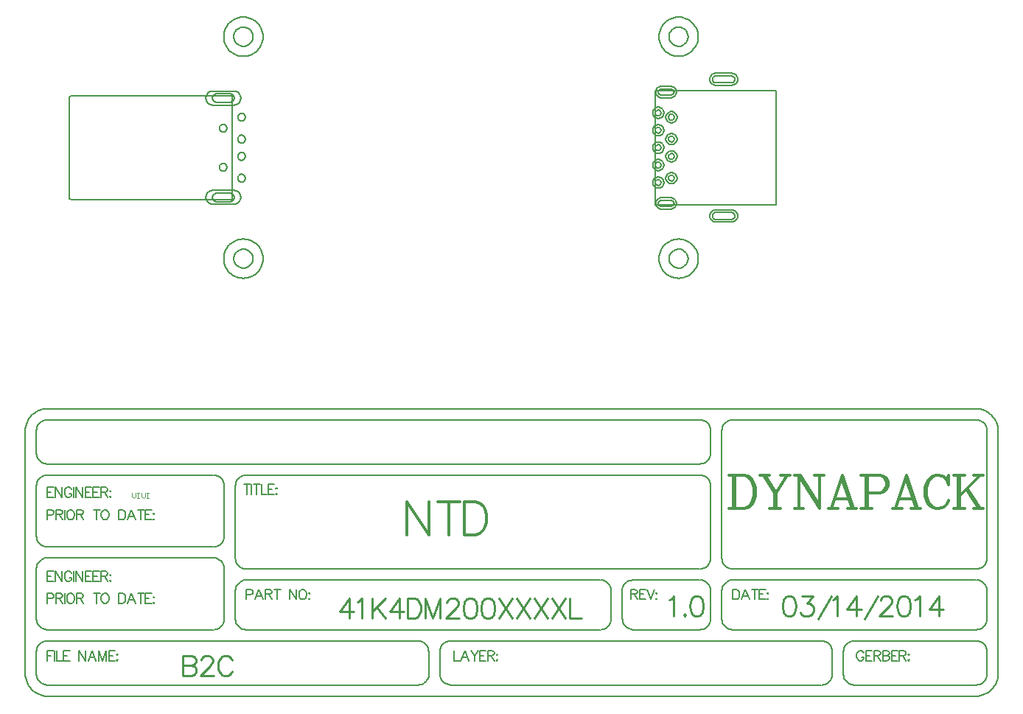
<source format=gm1>
%FSLAX44Y44*%
%MOMM*%
G71*
G01*
G75*
%ADD10O,2.0320X0.3302*%
%ADD11R,0.8000X0.8000*%
%ADD12R,0.9144X0.9144*%
%ADD13R,1.2700X0.9144*%
%ADD14R,0.5600X0.8200*%
%ADD15C,0.2540*%
%ADD16C,0.5000*%
%ADD17C,0.3000*%
%ADD18C,0.2286*%
%ADD19C,2.2000*%
%ADD20O,1.1000X1.3000*%
%ADD21C,1.3000*%
%ADD22O,2.3000X1.3000*%
%ADD23O,3.2000X1.4000*%
%ADD24C,0.9000*%
%ADD25C,1.8000*%
%ADD26O,2.0000X1.6000*%
%ADD27O,4.0000X1.6000*%
%ADD28C,0.6000*%
%ADD29C,0.2032*%
%ADD30C,0.1500*%
%ADD31C,0.5000*%
%ADD32C,0.1500*%
%ADD33C,0.1500*%
%ADD34C,0.1000*%
%ADD35C,0.1524*%
%ADD36C,0.1270*%
%ADD37O,2.2352X0.5334*%
%ADD38R,1.0032X1.0032*%
%ADD39R,1.1176X1.1176*%
%ADD40R,1.4732X1.1176*%
%ADD41R,0.7632X1.0232*%
%ADD42O,1.3032X1.5032*%
%ADD43C,1.5032*%
%ADD44O,2.5032X1.5032*%
%ADD45O,3.4032X1.6032*%
%ADD46C,1.1032*%
%ADD47C,2.0032*%
%ADD48O,2.2032X1.8032*%
%ADD49O,4.2032X1.8032*%
%ADD50C,0.3048*%
D18*
X2357498Y1725093D02*
X2346615Y1709857D01*
X2362940D01*
X2357498Y1725093D02*
Y1702238D01*
X2366967Y1720740D02*
X2369143Y1721828D01*
X2372408Y1725093D01*
Y1702238D01*
X2383727Y1725093D02*
Y1702238D01*
X2398964Y1725093D02*
X2383727Y1709857D01*
X2389169Y1715298D02*
X2398964Y1702238D01*
X2414962Y1725093D02*
X2404079Y1709857D01*
X2420404D01*
X2414962Y1725093D02*
Y1702238D01*
X2424431Y1725093D02*
Y1702238D01*
Y1725093D02*
X2432049D01*
X2435314Y1724005D01*
X2437491Y1721828D01*
X2438579Y1719652D01*
X2439668Y1716387D01*
Y1710945D01*
X2438579Y1707680D01*
X2437491Y1705503D01*
X2435314Y1703327D01*
X2432049Y1702238D01*
X2424431D01*
X2444783Y1725093D02*
Y1702238D01*
Y1725093D02*
X2453489Y1702238D01*
X2462196Y1725093D02*
X2453489Y1702238D01*
X2462196Y1725093D02*
Y1702238D01*
X2469814Y1719652D02*
Y1720740D01*
X2470903Y1722917D01*
X2471991Y1724005D01*
X2474168Y1725093D01*
X2478521D01*
X2480698Y1724005D01*
X2481786Y1722917D01*
X2482874Y1720740D01*
Y1718563D01*
X2481786Y1716387D01*
X2479610Y1713122D01*
X2468726Y1702238D01*
X2483963D01*
X2495608Y1725093D02*
X2492343Y1724005D01*
X2490166Y1720740D01*
X2489078Y1715298D01*
Y1712033D01*
X2490166Y1706592D01*
X2492343Y1703327D01*
X2495608Y1702238D01*
X2497785D01*
X2501050Y1703327D01*
X2503226Y1706592D01*
X2504315Y1712033D01*
Y1715298D01*
X2503226Y1720740D01*
X2501050Y1724005D01*
X2497785Y1725093D01*
X2495608D01*
X2515960D02*
X2512695Y1724005D01*
X2510518Y1720740D01*
X2509430Y1715298D01*
Y1712033D01*
X2510518Y1706592D01*
X2512695Y1703327D01*
X2515960Y1702238D01*
X2518137D01*
X2521402Y1703327D01*
X2523578Y1706592D01*
X2524667Y1712033D01*
Y1715298D01*
X2523578Y1720740D01*
X2521402Y1724005D01*
X2518137Y1725093D01*
X2515960D01*
X2529782D02*
X2545019Y1702238D01*
Y1725093D02*
X2529782Y1702238D01*
X2550134Y1725093D02*
X2565370Y1702238D01*
Y1725093D02*
X2550134Y1702238D01*
X2570486Y1725093D02*
X2585722Y1702238D01*
Y1725093D02*
X2570486Y1702238D01*
X2590838Y1725093D02*
X2606075Y1702238D01*
Y1725093D02*
X2590838Y1702238D01*
X2611190Y1725093D02*
Y1702238D01*
X2624250D01*
X2166275Y1658977D02*
Y1636122D01*
Y1658977D02*
X2176070D01*
X2179335Y1657889D01*
X2180423Y1656800D01*
X2181511Y1654624D01*
Y1652447D01*
X2180423Y1650270D01*
X2179335Y1649182D01*
X2176070Y1648094D01*
X2166275D02*
X2176070D01*
X2179335Y1647005D01*
X2180423Y1645917D01*
X2181511Y1643740D01*
Y1640475D01*
X2180423Y1638299D01*
X2179335Y1637210D01*
X2176070Y1636122D01*
X2166275D01*
X2187715Y1653535D02*
Y1654624D01*
X2188803Y1656800D01*
X2189892Y1657889D01*
X2192068Y1658977D01*
X2196422D01*
X2198598Y1657889D01*
X2199687Y1656800D01*
X2200775Y1654624D01*
Y1652447D01*
X2199687Y1650270D01*
X2197510Y1647005D01*
X2186626Y1636122D01*
X2201863D01*
X2223304Y1653535D02*
X2222215Y1655712D01*
X2220038Y1657889D01*
X2217862Y1658977D01*
X2213508D01*
X2211332Y1657889D01*
X2209155Y1655712D01*
X2208067Y1653535D01*
X2206978Y1650270D01*
Y1644829D01*
X2208067Y1641564D01*
X2209155Y1639387D01*
X2211332Y1637210D01*
X2213508Y1636122D01*
X2217862D01*
X2220038Y1637210D01*
X2222215Y1639387D01*
X2223304Y1641564D01*
X2861907Y1727633D02*
X2858642Y1726545D01*
X2856465Y1723280D01*
X2855377Y1717838D01*
Y1714573D01*
X2856465Y1709132D01*
X2858642Y1705867D01*
X2861907Y1704778D01*
X2864083D01*
X2867348Y1705867D01*
X2869525Y1709132D01*
X2870613Y1714573D01*
Y1717838D01*
X2869525Y1723280D01*
X2867348Y1726545D01*
X2864083Y1727633D01*
X2861907D01*
X2877905D02*
X2889877D01*
X2883347Y1718927D01*
X2886612D01*
X2888788Y1717838D01*
X2889877Y1716750D01*
X2890965Y1713485D01*
Y1711308D01*
X2889877Y1708043D01*
X2887700Y1705867D01*
X2884435Y1704778D01*
X2881170D01*
X2877905Y1705867D01*
X2876817Y1706955D01*
X2875728Y1709132D01*
X2896080Y1701513D02*
X2911317Y1727633D01*
X2912841Y1723280D02*
X2915017Y1724368D01*
X2918282Y1727633D01*
Y1704778D01*
X2940485Y1727633D02*
X2929601Y1712397D01*
X2945926D01*
X2940485Y1727633D02*
Y1704778D01*
X2949953Y1701513D02*
X2965190Y1727633D01*
X2967802Y1722192D02*
Y1723280D01*
X2968890Y1725457D01*
X2969979Y1726545D01*
X2972155Y1727633D01*
X2976509D01*
X2978685Y1726545D01*
X2979774Y1725457D01*
X2980862Y1723280D01*
Y1721103D01*
X2979774Y1718927D01*
X2977597Y1715662D01*
X2966714Y1704778D01*
X2981950D01*
X2993596Y1727633D02*
X2990331Y1726545D01*
X2988154Y1723280D01*
X2987065Y1717838D01*
Y1714573D01*
X2988154Y1709132D01*
X2990331Y1705867D01*
X2993596Y1704778D01*
X2995772D01*
X2999037Y1705867D01*
X3001214Y1709132D01*
X3002302Y1714573D01*
Y1717838D01*
X3001214Y1723280D01*
X2999037Y1726545D01*
X2995772Y1727633D01*
X2993596D01*
X3007418Y1723280D02*
X3009594Y1724368D01*
X3012859Y1727633D01*
Y1704778D01*
X3035061Y1727633D02*
X3024178Y1712397D01*
X3040503D01*
X3035061Y1727633D02*
Y1704778D01*
X2725202Y1723280D02*
X2727378Y1724368D01*
X2730643Y1727633D01*
Y1704778D01*
X2743050Y1706955D02*
X2741962Y1705867D01*
X2743050Y1704778D01*
X2744139Y1705867D01*
X2743050Y1706955D01*
X2755675Y1727633D02*
X2752410Y1726545D01*
X2750233Y1723280D01*
X2749145Y1717838D01*
Y1714573D01*
X2750233Y1709132D01*
X2752410Y1705867D01*
X2755675Y1704778D01*
X2757852D01*
X2761117Y1705867D01*
X2763293Y1709132D01*
X2764382Y1714573D01*
Y1717838D01*
X2763293Y1723280D01*
X2761117Y1726545D01*
X2757852Y1727633D01*
X2755675D01*
D29*
X3090327Y1733607D02*
X3090087Y1736035D01*
X3089379Y1738370D01*
X3088229Y1740522D01*
X3086681Y1742408D01*
X3084795Y1743956D01*
X3082643Y1745106D01*
X3080309Y1745814D01*
X3077881Y1746053D01*
X2798227Y1746053D02*
X2795749Y1745809D01*
X2793366Y1745087D01*
X2791171Y1743913D01*
X2789246Y1742334D01*
X2787667Y1740409D01*
X2786493Y1738213D01*
X2785771Y1735831D01*
X2785526Y1733353D01*
X3077627Y1758753D02*
X3080104Y1758997D01*
X3082487Y1759720D01*
X3084682Y1760894D01*
X3086607Y1762473D01*
X3088186Y1764397D01*
X3089360Y1766593D01*
X3090082Y1768976D01*
X3090327Y1771453D01*
X2785526D02*
X2785771Y1768976D01*
X2786493Y1766593D01*
X2787667Y1764397D01*
X2789246Y1762473D01*
X2791171Y1760894D01*
X2793366Y1759720D01*
X2795749Y1758997D01*
X2798227Y1758753D01*
X1985426Y1638357D02*
X1985547Y1635871D01*
X1985909Y1633407D01*
X1986507Y1630991D01*
X1987337Y1628643D01*
X1988390Y1626388D01*
X1989657Y1624245D01*
X1991126Y1622234D01*
X1992783Y1620376D01*
X1994612Y1618687D01*
X1996596Y1617184D01*
X1998717Y1615879D01*
X2000954Y1614787D01*
X2003286Y1613916D01*
X2005692Y1613276D01*
X2008149Y1612871D01*
X2010633Y1612707D01*
X3077627Y1612703D02*
X3080116Y1612826D01*
X3082582Y1613191D01*
X3085000Y1613797D01*
X3087347Y1614637D01*
X3089600Y1615703D01*
X3091738Y1616984D01*
X3093740Y1618469D01*
X3095587Y1620143D01*
X3097261Y1621990D01*
X3098746Y1623992D01*
X3100027Y1626130D01*
X3101093Y1628383D01*
X3101933Y1630730D01*
X3102538Y1633148D01*
X3102904Y1635614D01*
X3103026Y1638103D01*
Y1917503D02*
X3102904Y1919993D01*
X3102538Y1922459D01*
X3101933Y1924877D01*
X3101093Y1927223D01*
X3100027Y1929477D01*
X3098746Y1931615D01*
X3097261Y1933617D01*
X3095587Y1935464D01*
X3093740Y1937138D01*
X3091738Y1938623D01*
X3089600Y1939904D01*
X3087347Y1940970D01*
X3085000Y1941810D01*
X3082582Y1942415D01*
X3080116Y1942781D01*
X3077627Y1942903D01*
X3090327Y1917757D02*
X3090077Y1920239D01*
X3089337Y1922620D01*
X3088138Y1924807D01*
X3086526Y1926710D01*
X3084568Y1928254D01*
X3082341Y1929377D01*
X3079935Y1930033D01*
X3077446Y1930196D01*
X3077627Y1688903D02*
X3080104Y1689147D01*
X3082487Y1689870D01*
X3084682Y1691044D01*
X3086607Y1692623D01*
X3088186Y1694547D01*
X3089360Y1696743D01*
X3090082Y1699126D01*
X3090327Y1701603D01*
X3090327Y1663725D02*
X3090046Y1666171D01*
X3089297Y1668517D01*
X3088111Y1670675D01*
X3086530Y1672563D01*
X3084614Y1674111D01*
X3082436Y1675260D01*
X3080078Y1675967D01*
X3077627Y1676206D01*
Y1625403D02*
X3080104Y1625647D01*
X3082487Y1626370D01*
X3084682Y1627544D01*
X3086607Y1629123D01*
X3088186Y1631048D01*
X3089360Y1633243D01*
X3090082Y1635626D01*
X3090327Y1638103D01*
X2760127Y1688903D02*
X2762604Y1689147D01*
X2764987Y1689870D01*
X2767182Y1691044D01*
X2769107Y1692623D01*
X2770686Y1694547D01*
X2771860Y1696743D01*
X2772582Y1699126D01*
X2772827Y1701603D01*
X2785526Y1701349D02*
X2785771Y1698895D01*
X2786495Y1696536D01*
X2787669Y1694367D01*
X2789249Y1692472D01*
X2791171Y1690926D01*
X2793361Y1689789D01*
X2795731Y1689107D01*
X2798190Y1688905D01*
X2772827Y1733607D02*
X2772587Y1736035D01*
X2771879Y1738370D01*
X2770729Y1740522D01*
X2769181Y1742408D01*
X2767295Y1743956D01*
X2765143Y1745106D01*
X2762809Y1745814D01*
X2760381Y1746053D01*
X1998127Y1638103D02*
X1998365Y1635653D01*
X1999072Y1633294D01*
X2000221Y1631117D01*
X2001768Y1629202D01*
X2003656Y1627621D01*
X2005813Y1626435D01*
X2008159Y1625687D01*
X2010605Y1625405D01*
X2760348Y1758753D02*
X2762795Y1759034D01*
X2765141Y1759782D01*
X2767299Y1760969D01*
X2769187Y1762550D01*
X2770734Y1764465D01*
X2771883Y1766644D01*
X2772590Y1769002D01*
X2772829Y1771453D01*
X2010827Y1676203D02*
X2008349Y1675959D01*
X2005966Y1675237D01*
X2003771Y1674063D01*
X2001846Y1672484D01*
X2000267Y1670559D01*
X1999093Y1668363D01*
X1998371Y1665981D01*
X1998127Y1663503D01*
X2772827Y1854003D02*
X2772582Y1856481D01*
X2771860Y1858863D01*
X2770686Y1861059D01*
X2769107Y1862984D01*
X2767182Y1864563D01*
X2764987Y1865737D01*
X2762604Y1866459D01*
X2760127Y1866703D01*
Y1879403D02*
X2762604Y1879647D01*
X2764987Y1880370D01*
X2767182Y1881544D01*
X2769107Y1883123D01*
X2770686Y1885047D01*
X2771860Y1887243D01*
X2772582Y1889626D01*
X2772827Y1892103D01*
X2798227Y1930203D02*
X2795749Y1929959D01*
X2793366Y1929237D01*
X2791171Y1928063D01*
X2789246Y1926483D01*
X2787667Y1924559D01*
X2786493Y1922363D01*
X2785771Y1919981D01*
X2785526Y1917503D01*
X2772827D02*
X2772582Y1919981D01*
X2771860Y1922363D01*
X2770686Y1924559D01*
X2769107Y1926483D01*
X2767182Y1928063D01*
X2764987Y1929237D01*
X2762604Y1929959D01*
X2760127Y1930203D01*
X2010827Y1930203D02*
X2008349Y1929959D01*
X2005966Y1929236D01*
X2003771Y1928063D01*
X2001846Y1926483D01*
X2000267Y1924559D01*
X1999093Y1922363D01*
X1998371Y1919981D01*
X1998127Y1917503D01*
X1998127Y1892103D02*
X1998371Y1889626D01*
X1999093Y1887243D01*
X2000267Y1885047D01*
X2001846Y1883123D01*
X2003771Y1881544D01*
X2005966Y1880370D01*
X2008349Y1879647D01*
X2010827Y1879403D01*
Y1866703D02*
X2008349Y1866459D01*
X2005966Y1865737D01*
X2003771Y1864563D01*
X2001846Y1862984D01*
X2000267Y1861059D01*
X1999093Y1858863D01*
X1998371Y1856481D01*
X1998127Y1854003D01*
Y1796853D02*
X1998371Y1794376D01*
X1999093Y1791993D01*
X2000267Y1789798D01*
X2001846Y1787873D01*
X2003771Y1786294D01*
X2005966Y1785120D01*
X2008349Y1784397D01*
X2010827Y1784153D01*
Y1771453D02*
X2008349Y1771209D01*
X2005966Y1770487D01*
X2003771Y1769313D01*
X2001846Y1767733D01*
X2000267Y1765809D01*
X1999093Y1763613D01*
X1998371Y1761231D01*
X1998127Y1758753D01*
Y1701603D02*
X1998365Y1699153D01*
X1999072Y1696794D01*
X2000221Y1694617D01*
X2001768Y1692702D01*
X2003656Y1691121D01*
X2005813Y1689935D01*
X2008159Y1689187D01*
X2010605Y1688905D01*
X2239427Y1866703D02*
X2236949Y1866459D01*
X2234566Y1865737D01*
X2232371Y1864563D01*
X2230446Y1862984D01*
X2228867Y1861059D01*
X2227693Y1858863D01*
X2226971Y1856481D01*
X2226727Y1854003D01*
X2683419Y1746053D02*
X2680962Y1745803D01*
X2678606Y1745063D01*
X2676447Y1743864D01*
X2674575Y1742254D01*
X2673065Y1740300D01*
X2671980Y1738081D01*
X2671364Y1735690D01*
X2671243Y1733223D01*
X2671227Y1701857D02*
X2671470Y1699358D01*
X2672191Y1696952D01*
X2673363Y1694731D01*
X2674941Y1692778D01*
X2676866Y1691166D01*
X2679067Y1689955D01*
X2681460Y1689192D01*
X2683954Y1688905D01*
X2646081Y1688903D02*
X2648535Y1689148D01*
X2650894Y1689872D01*
X2653063Y1691046D01*
X2654958Y1692626D01*
X2656504Y1694548D01*
X2657640Y1696737D01*
X2658323Y1699108D01*
X2658524Y1701566D01*
X2658527Y1733607D02*
X2658287Y1736035D01*
X2657579Y1738370D01*
X2656429Y1740522D01*
X2654881Y1742408D01*
X2652995Y1743956D01*
X2650844Y1745106D01*
X2648509Y1745814D01*
X2646081Y1746053D01*
X2201581Y1688903D02*
X2204009Y1689142D01*
X2206343Y1689851D01*
X2208495Y1691001D01*
X2210381Y1692549D01*
X2211929Y1694435D01*
X2213079Y1696586D01*
X2213787Y1698921D01*
X2214026Y1701349D01*
X2226727D02*
X2226966Y1698921D01*
X2227674Y1696586D01*
X2228824Y1694435D01*
X2230372Y1692549D01*
X2232258Y1691001D01*
X2234410Y1689851D01*
X2236744Y1689142D01*
X2239173Y1688903D01*
X2226727Y1771199D02*
X2226966Y1768771D01*
X2227674Y1766436D01*
X2228824Y1764285D01*
X2230372Y1762399D01*
X2232258Y1760851D01*
X2234410Y1759701D01*
X2236744Y1758992D01*
X2239173Y1758753D01*
X2214026Y1759007D02*
X2213777Y1761489D01*
X2213037Y1763870D01*
X2211838Y1766057D01*
X2210226Y1767960D01*
X2208268Y1769504D01*
X2206041Y1770627D01*
X2203635Y1771283D01*
X2201146Y1771446D01*
X2201835Y1784153D02*
X2204213Y1784388D01*
X2206500Y1785081D01*
X2208608Y1786208D01*
X2210456Y1787724D01*
X2211972Y1789572D01*
X2213098Y1791680D01*
X2213792Y1793967D01*
X2214026Y1796345D01*
X2214026Y1854257D02*
X2213787Y1856685D01*
X2213079Y1859020D01*
X2211929Y1861172D01*
X2210381Y1863058D01*
X2208495Y1864606D01*
X2206343Y1865756D01*
X2204009Y1866464D01*
X2201581Y1866703D01*
X2937927Y1676203D02*
X2935449Y1675959D01*
X2933066Y1675237D01*
X2930871Y1674063D01*
X2928946Y1672484D01*
X2927367Y1670559D01*
X2926193Y1668363D01*
X2925471Y1665981D01*
X2925226Y1663503D01*
Y1637849D02*
X2925471Y1635394D01*
X2926195Y1633036D01*
X2927369Y1630867D01*
X2928949Y1628972D01*
X2930871Y1627426D01*
X2933061Y1626289D01*
X2935431Y1625607D01*
X2937890Y1625405D01*
X2900122Y1625403D02*
X2902583Y1625610D01*
X2904952Y1626309D01*
X2907132Y1627471D01*
X2909032Y1629048D01*
X2910576Y1630976D01*
X2911700Y1633176D01*
X2912357Y1635556D01*
X2912522Y1638021D01*
X2912527Y1663503D02*
X2912282Y1665981D01*
X2911560Y1668363D01*
X2910386Y1670559D01*
X2908807Y1672484D01*
X2906882Y1674063D01*
X2904687Y1675237D01*
X2902304Y1675959D01*
X2899826Y1676203D01*
X2461676Y1638103D02*
X2461915Y1635653D01*
X2462622Y1633294D01*
X2463771Y1631117D01*
X2465318Y1629202D01*
X2467206Y1627621D01*
X2469363Y1626435D01*
X2471709Y1625687D01*
X2474155Y1625405D01*
X2474377Y1676203D02*
X2471899Y1675959D01*
X2469516Y1675237D01*
X2467321Y1674063D01*
X2465396Y1672484D01*
X2463817Y1670559D01*
X2462643Y1668363D01*
X2461921Y1665981D01*
X2461676Y1663503D01*
X2436572Y1625403D02*
X2439033Y1625610D01*
X2441402Y1626309D01*
X2443582Y1627471D01*
X2445482Y1629048D01*
X2447026Y1630976D01*
X2448150Y1633176D01*
X2448808Y1635556D01*
X2448972Y1638021D01*
X2448976Y1663503D02*
X2448732Y1665981D01*
X2448010Y1668363D01*
X2446836Y1670559D01*
X2445257Y1672484D01*
X2443332Y1674063D01*
X2441137Y1675237D01*
X2438754Y1675959D01*
X2436277Y1676203D01*
X2010827Y1942903D02*
X2008337Y1942781D01*
X2005871Y1942415D01*
X2003453Y1941810D01*
X2001106Y1940970D01*
X1998853Y1939904D01*
X1996715Y1938623D01*
X1994713Y1937138D01*
X1992866Y1935464D01*
X1991192Y1933617D01*
X1989707Y1931615D01*
X1988426Y1929477D01*
X1987360Y1927223D01*
X1986520Y1924877D01*
X1985915Y1922458D01*
X1985549Y1919993D01*
X1985426Y1917503D01*
X2239427Y1746053D02*
X2236949Y1745809D01*
X2234566Y1745087D01*
X2232371Y1743913D01*
X2230446Y1742334D01*
X2228867Y1740409D01*
X2227693Y1738213D01*
X2226971Y1735831D01*
X2226727Y1733353D01*
X2010827Y1866703D02*
X2201326D01*
X2214026Y1796853D02*
Y1854003D01*
X2474377Y1625403D02*
X2899826D01*
X2010827D02*
X2436277D01*
X2010827Y1676203D02*
X2436277D01*
X2474377D02*
X2899826D01*
X2937927Y1625403D02*
X3077627D01*
X2937927Y1676203D02*
X3077627D01*
X2010827Y1930203D02*
X2760127D01*
X2010827Y1612703D02*
X3077627D01*
X2010827Y1942903D02*
X3077627D01*
X2010827Y1688903D02*
X2201326D01*
X2010827Y1771453D02*
X2201326D01*
X2010827Y1784153D02*
X2201326D01*
X2010827Y1879403D02*
X2760127D01*
X2239427Y1866703D02*
X2760127D01*
X2239427Y1746053D02*
X2645826D01*
X2239427Y1688903D02*
X2645826D01*
X2683926D02*
X2760127D01*
X2683926Y1746053D02*
X2760127D01*
X2798227Y1688903D02*
X3077627D01*
X2798227Y1930203D02*
X3077627D01*
X2239427Y1758753D02*
X2760127D01*
X2798227D02*
X3077627D01*
X2798227Y1746053D02*
X3077627D01*
X2448976Y1638103D02*
Y1663503D01*
X2461676Y1638103D02*
Y1663503D01*
X2912527Y1638103D02*
Y1663503D01*
X2925226Y1638103D02*
Y1663503D01*
X1998127Y1701603D02*
Y1758753D01*
X2214026Y1701603D02*
Y1758753D01*
X1998127Y1796853D02*
Y1854003D01*
Y1892103D02*
Y1917503D01*
X2772827Y1892103D02*
Y1917503D01*
Y1771453D02*
Y1854003D01*
X2226727Y1771453D02*
Y1854003D01*
X2658527Y1701603D02*
Y1733353D01*
X2226727Y1701603D02*
Y1733353D01*
X2671227Y1701603D02*
Y1733353D01*
X2772827Y1701603D02*
Y1733353D01*
X3090327Y1638103D02*
Y1663503D01*
Y1701603D02*
Y1727003D01*
X1998127Y1638103D02*
Y1663503D01*
X1985426Y1638103D02*
Y1917503D01*
X2785526Y1771453D02*
Y1917503D01*
X3090327Y1771453D02*
Y1917503D01*
X2785526Y1701603D02*
Y1733353D01*
X3103026Y1638103D02*
Y1917503D01*
X3090327Y1727003D02*
Y1733607D01*
D34*
X2108150Y1845971D02*
Y1841973D01*
X2110150Y1839973D01*
X2112149Y1841973D01*
Y1845971D01*
X2114149D02*
X2116148D01*
X2115148D01*
Y1839973D01*
X2114149D01*
X2116148D01*
X2119147Y1845971D02*
Y1841973D01*
X2121146Y1839973D01*
X2123145Y1841973D01*
Y1845971D01*
X2125145D02*
X2127144D01*
X2126145D01*
Y1839973D01*
X2125145D01*
X2127144D01*
D36*
X2731194Y2207868D02*
X2730375Y2210118D01*
X2728302Y2211315D01*
X2725944Y2210899D01*
X2724405Y2209065D01*
Y2206671D01*
X2725944Y2204837D01*
X2728302Y2204421D01*
X2730375Y2205618D01*
X2731194Y2207868D01*
X2716195Y2185368D02*
X2713708Y2184873D01*
X2711599Y2183464D01*
X2710190Y2181355D01*
X2709695Y2178868D01*
X2710190Y2176381D01*
X2711599Y2174272D01*
X2713708Y2172863D01*
X2716195Y2172368D01*
X2727195D02*
X2729683Y2172863D01*
X2731791Y2174272D01*
X2733201Y2176381D01*
X2733695Y2178868D01*
X2733201Y2181355D01*
X2731791Y2183464D01*
X2729683Y2184873D01*
X2727195Y2185368D01*
X2719195Y2202868D02*
X2718701Y2205356D01*
X2717292Y2207464D01*
X2715183Y2208873D01*
X2712695Y2209368D01*
X2710208Y2208873D01*
X2708099Y2207464D01*
X2706690Y2205356D01*
X2706195Y2202868D01*
X2706690Y2200381D01*
X2708099Y2198272D01*
X2710208Y2196863D01*
X2712695Y2196368D01*
X2715183Y2196863D01*
X2717292Y2198272D01*
X2718701Y2200381D01*
X2719195Y2202868D01*
X2734194Y2207868D02*
X2733699Y2210356D01*
X2732290Y2212464D01*
X2730181Y2213873D01*
X2727694Y2214368D01*
X2725207Y2213873D01*
X2723098Y2212464D01*
X2721689Y2210356D01*
X2721194Y2207868D01*
X2721689Y2205381D01*
X2723098Y2203272D01*
X2725207Y2201863D01*
X2727694Y2201368D01*
X2730181Y2201863D01*
X2732290Y2203272D01*
X2733699Y2205381D01*
X2734194Y2207868D01*
X2719195Y2222868D02*
X2718701Y2225356D01*
X2717292Y2227464D01*
X2715183Y2228873D01*
X2712695Y2229368D01*
X2710208Y2228873D01*
X2708099Y2227464D01*
X2706690Y2225356D01*
X2706195Y2222868D01*
X2706690Y2220381D01*
X2708099Y2218272D01*
X2710208Y2216863D01*
X2712695Y2216368D01*
X2715183Y2216863D01*
X2717292Y2218272D01*
X2718701Y2220381D01*
X2719195Y2222868D01*
X2734194Y2232868D02*
X2733699Y2235356D01*
X2732290Y2237464D01*
X2730181Y2238873D01*
X2727694Y2239368D01*
X2725207Y2238873D01*
X2723098Y2237464D01*
X2721689Y2235356D01*
X2721194Y2232868D01*
X2721689Y2230381D01*
X2723098Y2228272D01*
X2725207Y2226863D01*
X2727694Y2226368D01*
X2730181Y2226863D01*
X2732290Y2228272D01*
X2733699Y2230381D01*
X2734194Y2232868D01*
X2727195Y2175368D02*
X2729670Y2176393D01*
X2730695Y2178868D01*
X2729670Y2181343D01*
X2727195Y2182368D01*
X2716195D02*
X2713720Y2181343D01*
X2712695Y2178868D01*
X2713720Y2176393D01*
X2716195Y2175368D01*
X2716195Y2202868D02*
X2715377Y2205118D01*
X2713303Y2206315D01*
X2710945Y2205899D01*
X2709406Y2204065D01*
Y2201671D01*
X2710945Y2199837D01*
X2713303Y2199421D01*
X2715377Y2200618D01*
X2716195Y2202868D01*
Y2222868D02*
X2715377Y2225118D01*
X2713303Y2226315D01*
X2710945Y2225899D01*
X2709406Y2224065D01*
Y2221671D01*
X2710945Y2219837D01*
X2713303Y2219421D01*
X2715377Y2220618D01*
X2716195Y2222868D01*
X2731194Y2232868D02*
X2730375Y2235118D01*
X2728302Y2236315D01*
X2725944Y2235899D01*
X2724405Y2234065D01*
Y2231671D01*
X2725944Y2229837D01*
X2728302Y2229421D01*
X2730375Y2230618D01*
X2731194Y2232868D01*
X2778695Y2171368D02*
X2776301Y2170946D01*
X2774196Y2169730D01*
X2772633Y2167868D01*
X2771802Y2165584D01*
Y2163152D01*
X2772633Y2160868D01*
X2774196Y2159006D01*
X2776301Y2157790D01*
X2778695Y2157368D01*
X2796695D02*
X2799089Y2157790D01*
X2801195Y2159006D01*
X2802758Y2160868D01*
X2803589Y2163152D01*
Y2165584D01*
X2802758Y2167868D01*
X2801195Y2169730D01*
X2799089Y2170946D01*
X2796695Y2171368D01*
Y2160368D02*
X2799047Y2161132D01*
X2800500Y2163132D01*
Y2165604D01*
X2799047Y2167604D01*
X2796695Y2168368D01*
X2778695D02*
X2776344Y2167604D01*
X2774891Y2165604D01*
Y2163132D01*
X2776344Y2161132D01*
X2778695Y2160368D01*
X2719195Y2242868D02*
X2718701Y2245356D01*
X2717292Y2247464D01*
X2715183Y2248873D01*
X2712695Y2249368D01*
X2710208Y2248873D01*
X2708099Y2247464D01*
X2706690Y2245356D01*
X2706195Y2242868D01*
X2706690Y2240381D01*
X2708099Y2238272D01*
X2710208Y2236863D01*
X2712695Y2236368D01*
X2715183Y2236863D01*
X2717292Y2238272D01*
X2718701Y2240381D01*
X2719195Y2242868D01*
X2734194Y2252868D02*
X2733699Y2255356D01*
X2732290Y2257464D01*
X2730181Y2258873D01*
X2727694Y2259368D01*
X2725207Y2258873D01*
X2723098Y2257464D01*
X2721689Y2255356D01*
X2721194Y2252868D01*
X2721689Y2250381D01*
X2723098Y2248272D01*
X2725207Y2246863D01*
X2727694Y2246368D01*
X2730181Y2246863D01*
X2732290Y2248272D01*
X2733699Y2250381D01*
X2734194Y2252868D01*
X2719195Y2282868D02*
X2718701Y2285356D01*
X2717292Y2287464D01*
X2715183Y2288873D01*
X2712695Y2289368D01*
X2710208Y2288873D01*
X2708099Y2287464D01*
X2706690Y2285356D01*
X2706195Y2282868D01*
X2706690Y2280381D01*
X2708099Y2278272D01*
X2710208Y2276863D01*
X2712695Y2276368D01*
X2715183Y2276863D01*
X2717292Y2278272D01*
X2718701Y2280381D01*
X2719195Y2282868D01*
Y2262868D02*
X2718701Y2265356D01*
X2717292Y2267464D01*
X2715183Y2268873D01*
X2712695Y2269368D01*
X2710208Y2268873D01*
X2708099Y2267464D01*
X2706690Y2265356D01*
X2706195Y2262868D01*
X2706690Y2260381D01*
X2708099Y2258272D01*
X2710208Y2256863D01*
X2712695Y2256368D01*
X2715183Y2256863D01*
X2717292Y2258272D01*
X2718701Y2260381D01*
X2719195Y2262868D01*
X2734194Y2277868D02*
X2733699Y2280356D01*
X2732290Y2282464D01*
X2730181Y2283873D01*
X2727694Y2284368D01*
X2725206Y2283873D01*
X2723098Y2282464D01*
X2721689Y2280356D01*
X2721194Y2277868D01*
X2721689Y2275381D01*
X2723098Y2273272D01*
X2725206Y2271863D01*
X2727694Y2271368D01*
X2730181Y2271863D01*
X2732290Y2273272D01*
X2733699Y2275381D01*
X2734194Y2277868D01*
X2716195Y2242868D02*
X2715377Y2245118D01*
X2713303Y2246315D01*
X2710945Y2245899D01*
X2709406Y2244065D01*
Y2241671D01*
X2710945Y2239837D01*
X2713303Y2239421D01*
X2715377Y2240618D01*
X2716195Y2242868D01*
X2731194Y2252868D02*
X2730375Y2255118D01*
X2728302Y2256315D01*
X2725944Y2255899D01*
X2724405Y2254065D01*
Y2251671D01*
X2725944Y2249837D01*
X2728302Y2249421D01*
X2730375Y2250618D01*
X2731194Y2252868D01*
X2716195Y2282868D02*
X2715377Y2285118D01*
X2713303Y2286315D01*
X2710945Y2285899D01*
X2709406Y2284065D01*
Y2281671D01*
X2710945Y2279837D01*
X2713303Y2279421D01*
X2715377Y2280618D01*
X2716195Y2282868D01*
X2716195Y2262868D02*
X2715377Y2265118D01*
X2713303Y2266315D01*
X2710945Y2265899D01*
X2709406Y2264065D01*
Y2261671D01*
X2710945Y2259837D01*
X2713303Y2259421D01*
X2715377Y2260618D01*
X2716195Y2262868D01*
X2731194Y2277868D02*
X2730375Y2280118D01*
X2728302Y2281315D01*
X2725944Y2280899D01*
X2724405Y2279065D01*
Y2276671D01*
X2725944Y2274837D01*
X2728302Y2274421D01*
X2730375Y2275618D01*
X2731194Y2277868D01*
X2727195Y2300368D02*
X2729683Y2300863D01*
X2731791Y2302272D01*
X2733201Y2304381D01*
X2733695Y2306868D01*
X2733201Y2309355D01*
X2731791Y2311464D01*
X2729683Y2312873D01*
X2727195Y2313368D01*
X2716195D02*
X2713708Y2312873D01*
X2711599Y2311464D01*
X2710190Y2309355D01*
X2709695Y2306868D01*
X2710190Y2304381D01*
X2711599Y2302272D01*
X2713708Y2300863D01*
X2716195Y2300368D01*
Y2310368D02*
X2713720Y2309343D01*
X2712695Y2306868D01*
X2713720Y2304393D01*
X2716195Y2303368D01*
X2727195D02*
X2729670Y2304393D01*
X2730695Y2306868D01*
X2729670Y2309343D01*
X2727195Y2310368D01*
X2796695Y2314368D02*
X2799089Y2314790D01*
X2801195Y2316006D01*
X2802758Y2317868D01*
X2803589Y2320152D01*
Y2322584D01*
X2802758Y2324868D01*
X2801195Y2326730D01*
X2799089Y2327946D01*
X2796695Y2328368D01*
X2778695D02*
X2776301Y2327946D01*
X2774196Y2326730D01*
X2772633Y2324868D01*
X2771802Y2322584D01*
Y2320152D01*
X2772633Y2317868D01*
X2774196Y2316006D01*
X2776301Y2314790D01*
X2778695Y2314368D01*
Y2325368D02*
X2776344Y2324604D01*
X2774891Y2322604D01*
Y2320132D01*
X2776344Y2318132D01*
X2778695Y2317368D01*
X2796695D02*
X2799047Y2318132D01*
X2800500Y2320132D01*
Y2322604D01*
X2799047Y2324604D01*
X2796695Y2325368D01*
X2746895Y2370368D02*
X2746599Y2372905D01*
X2745725Y2375305D01*
X2744322Y2377439D01*
X2742464Y2379191D01*
X2740252Y2380468D01*
X2737805Y2381201D01*
X2735256Y2381349D01*
X2732740Y2380906D01*
X2730396Y2379894D01*
X2728347Y2378369D01*
X2726705Y2376413D01*
X2725559Y2374130D01*
X2724970Y2371645D01*
Y2369091D01*
X2725559Y2366606D01*
X2726705Y2364323D01*
X2728347Y2362367D01*
X2730396Y2360842D01*
X2732740Y2359830D01*
X2735256Y2359387D01*
X2737805Y2359535D01*
X2740252Y2360268D01*
X2742464Y2361545D01*
X2744322Y2363297D01*
X2745725Y2365431D01*
X2746599Y2367831D01*
X2746895Y2370368D01*
X2758395D02*
X2758254Y2372887D01*
X2757831Y2375375D01*
X2757133Y2377799D01*
X2756167Y2380130D01*
X2754947Y2382339D01*
X2753487Y2384397D01*
X2751805Y2386278D01*
X2749924Y2387959D01*
X2747866Y2389419D01*
X2745658Y2390640D01*
X2743327Y2391605D01*
X2740902Y2392304D01*
X2738415Y2392727D01*
X2735895Y2392868D01*
X2733376Y2392727D01*
X2730889Y2392304D01*
X2728464Y2391605D01*
X2726133Y2390640D01*
X2723925Y2389419D01*
X2721867Y2387959D01*
X2719985Y2386278D01*
X2718304Y2384397D01*
X2716844Y2382339D01*
X2715623Y2380130D01*
X2714658Y2377799D01*
X2713959Y2375375D01*
X2713537Y2372887D01*
X2713395Y2370368D01*
X2713537Y2367849D01*
X2713959Y2365361D01*
X2714658Y2362937D01*
X2715623Y2360606D01*
X2716844Y2358397D01*
X2718304Y2356340D01*
X2719985Y2354458D01*
X2721867Y2352777D01*
X2723925Y2351317D01*
X2726133Y2350096D01*
X2728464Y2349131D01*
X2730889Y2348432D01*
X2733376Y2348009D01*
X2735895Y2347868D01*
X2738415Y2348009D01*
X2740902Y2348432D01*
X2743327Y2349131D01*
X2745658Y2350096D01*
X2747866Y2351317D01*
X2749924Y2352777D01*
X2751805Y2354458D01*
X2753487Y2356340D01*
X2754947Y2358397D01*
X2756167Y2360606D01*
X2757133Y2362937D01*
X2757831Y2365361D01*
X2758254Y2367849D01*
X2758395Y2370368D01*
X2258395Y2370368D02*
X2258254Y2372887D01*
X2257831Y2375375D01*
X2257133Y2377799D01*
X2256167Y2380130D01*
X2254947Y2382339D01*
X2253487Y2384397D01*
X2251805Y2386278D01*
X2249924Y2387959D01*
X2247866Y2389419D01*
X2245658Y2390640D01*
X2243327Y2391605D01*
X2240902Y2392304D01*
X2238415Y2392727D01*
X2235895Y2392868D01*
X2233376Y2392727D01*
X2230889Y2392304D01*
X2228464Y2391605D01*
X2226133Y2390640D01*
X2223925Y2389419D01*
X2221867Y2387959D01*
X2219986Y2386278D01*
X2218304Y2384397D01*
X2216844Y2382339D01*
X2215624Y2380130D01*
X2214658Y2377799D01*
X2213960Y2375375D01*
X2213537Y2372887D01*
X2213395Y2370368D01*
X2213537Y2367849D01*
X2213960Y2365361D01*
X2214658Y2362937D01*
X2215624Y2360606D01*
X2216844Y2358397D01*
X2218304Y2356340D01*
X2219986Y2354458D01*
X2221867Y2352777D01*
X2223925Y2351317D01*
X2226133Y2350096D01*
X2228464Y2349131D01*
X2230889Y2348432D01*
X2233376Y2348009D01*
X2235895Y2347868D01*
X2238415Y2348009D01*
X2240902Y2348432D01*
X2243327Y2349131D01*
X2245658Y2350096D01*
X2247866Y2351317D01*
X2249924Y2352777D01*
X2251805Y2354458D01*
X2253487Y2356340D01*
X2254947Y2358397D01*
X2256167Y2360606D01*
X2257133Y2362937D01*
X2257831Y2365361D01*
X2258254Y2367849D01*
X2258395Y2370368D01*
X2246895Y2370368D02*
X2246599Y2372905D01*
X2245725Y2375305D01*
X2244322Y2377439D01*
X2242464Y2379191D01*
X2240252Y2380468D01*
X2237805Y2381201D01*
X2235256Y2381349D01*
X2232740Y2380906D01*
X2230395Y2379894D01*
X2228347Y2378369D01*
X2226705Y2376413D01*
X2225559Y2374130D01*
X2224970Y2371645D01*
Y2369091D01*
X2225559Y2366606D01*
X2226705Y2364323D01*
X2228347Y2362367D01*
X2230395Y2360842D01*
X2232740Y2359830D01*
X2235256Y2359387D01*
X2237805Y2359535D01*
X2240252Y2360268D01*
X2242464Y2361545D01*
X2244322Y2363297D01*
X2245725Y2365431D01*
X2246599Y2367831D01*
X2246895Y2370368D01*
X2258395Y2115368D02*
X2258254Y2117887D01*
X2257831Y2120375D01*
X2257133Y2122799D01*
X2256167Y2125130D01*
X2254947Y2127339D01*
X2253487Y2129397D01*
X2251805Y2131278D01*
X2249924Y2132959D01*
X2247866Y2134419D01*
X2245658Y2135640D01*
X2243327Y2136605D01*
X2240902Y2137304D01*
X2238415Y2137727D01*
X2235895Y2137868D01*
X2233376Y2137727D01*
X2230889Y2137304D01*
X2228464Y2136605D01*
X2226133Y2135640D01*
X2223925Y2134419D01*
X2221867Y2132959D01*
X2219986Y2131278D01*
X2218304Y2129397D01*
X2216844Y2127339D01*
X2215624Y2125130D01*
X2214658Y2122799D01*
X2213960Y2120375D01*
X2213537Y2117887D01*
X2213395Y2115368D01*
X2213537Y2112849D01*
X2213960Y2110361D01*
X2214658Y2107937D01*
X2215624Y2105606D01*
X2216844Y2103397D01*
X2218304Y2101340D01*
X2219986Y2099458D01*
X2221867Y2097777D01*
X2223925Y2096317D01*
X2226133Y2095096D01*
X2228464Y2094131D01*
X2230889Y2093432D01*
X2233376Y2093009D01*
X2235895Y2092868D01*
X2238415Y2093009D01*
X2240902Y2093432D01*
X2243327Y2094131D01*
X2245658Y2095096D01*
X2247866Y2096317D01*
X2249924Y2097777D01*
X2251805Y2099458D01*
X2253487Y2101340D01*
X2254947Y2103397D01*
X2256167Y2105606D01*
X2257133Y2107937D01*
X2257831Y2110361D01*
X2258254Y2112849D01*
X2258395Y2115368D01*
X2246895Y2115368D02*
X2246599Y2117905D01*
X2245725Y2120305D01*
X2244322Y2122439D01*
X2242464Y2124191D01*
X2240252Y2125468D01*
X2237805Y2126201D01*
X2235256Y2126349D01*
X2232740Y2125906D01*
X2230395Y2124894D01*
X2228347Y2123369D01*
X2226705Y2121413D01*
X2225559Y2119130D01*
X2224970Y2116645D01*
Y2114091D01*
X2225559Y2111606D01*
X2226705Y2109323D01*
X2228347Y2107367D01*
X2230395Y2105842D01*
X2232740Y2104830D01*
X2235256Y2104387D01*
X2237805Y2104535D01*
X2240252Y2105268D01*
X2242464Y2106545D01*
X2244322Y2108297D01*
X2245725Y2110431D01*
X2246599Y2112831D01*
X2246895Y2115368D01*
X2758395D02*
X2758254Y2117887D01*
X2757831Y2120375D01*
X2757133Y2122799D01*
X2756167Y2125130D01*
X2754947Y2127339D01*
X2753487Y2129397D01*
X2751805Y2131278D01*
X2749924Y2132959D01*
X2747866Y2134419D01*
X2745658Y2135640D01*
X2743327Y2136605D01*
X2740902Y2137304D01*
X2738415Y2137727D01*
X2735895Y2137868D01*
X2733376Y2137727D01*
X2730889Y2137304D01*
X2728464Y2136605D01*
X2726133Y2135640D01*
X2723925Y2134419D01*
X2721867Y2132959D01*
X2719985Y2131278D01*
X2718304Y2129397D01*
X2716844Y2127339D01*
X2715623Y2125130D01*
X2714658Y2122799D01*
X2713959Y2120375D01*
X2713537Y2117887D01*
X2713395Y2115368D01*
X2713537Y2112849D01*
X2713959Y2110361D01*
X2714658Y2107937D01*
X2715623Y2105606D01*
X2716844Y2103397D01*
X2718304Y2101340D01*
X2719985Y2099458D01*
X2721867Y2097777D01*
X2723925Y2096317D01*
X2726133Y2095096D01*
X2728464Y2094131D01*
X2730889Y2093432D01*
X2733376Y2093009D01*
X2735895Y2092868D01*
X2738415Y2093009D01*
X2740902Y2093432D01*
X2743327Y2094131D01*
X2745658Y2095096D01*
X2747866Y2096317D01*
X2749924Y2097777D01*
X2751805Y2099458D01*
X2753487Y2101340D01*
X2754947Y2103397D01*
X2756167Y2105606D01*
X2757133Y2107937D01*
X2757831Y2110361D01*
X2758254Y2112849D01*
X2758395Y2115368D01*
X2746895Y2115368D02*
X2746599Y2117905D01*
X2745725Y2120305D01*
X2744322Y2122439D01*
X2742464Y2124191D01*
X2740252Y2125468D01*
X2737805Y2126201D01*
X2735256Y2126349D01*
X2732740Y2125906D01*
X2730396Y2124894D01*
X2728347Y2123369D01*
X2726705Y2121413D01*
X2725559Y2119130D01*
X2724970Y2116645D01*
Y2114091D01*
X2725559Y2111606D01*
X2726705Y2109323D01*
X2728347Y2107367D01*
X2730396Y2105842D01*
X2732740Y2104830D01*
X2735256Y2104387D01*
X2737805Y2104535D01*
X2740252Y2105268D01*
X2742464Y2106545D01*
X2744322Y2108297D01*
X2745725Y2110431D01*
X2746599Y2112831D01*
X2746895Y2115368D01*
X2238495Y2277868D02*
X2237765Y2280355D01*
X2235806Y2282052D01*
X2233241Y2282421D01*
X2230883Y2281344D01*
X2229482Y2279164D01*
Y2276572D01*
X2230883Y2274392D01*
X2233241Y2273315D01*
X2235806Y2273684D01*
X2237765Y2275381D01*
X2238495Y2277868D01*
X2238495Y2252868D02*
X2237765Y2255355D01*
X2235806Y2257052D01*
X2233241Y2257421D01*
X2230883Y2256344D01*
X2229482Y2254164D01*
Y2251572D01*
X2230883Y2249392D01*
X2233241Y2248315D01*
X2235806Y2248684D01*
X2237765Y2250381D01*
X2238495Y2252868D01*
Y2232868D02*
X2237765Y2235355D01*
X2235806Y2237052D01*
X2233241Y2237421D01*
X2230883Y2236344D01*
X2229482Y2234164D01*
Y2231572D01*
X2230883Y2229392D01*
X2233241Y2228315D01*
X2235806Y2228684D01*
X2237765Y2230381D01*
X2238495Y2232868D01*
Y2207868D02*
X2237765Y2210355D01*
X2235806Y2212052D01*
X2233241Y2212421D01*
X2230883Y2211344D01*
X2229482Y2209164D01*
Y2206572D01*
X2230883Y2204392D01*
X2233241Y2203315D01*
X2235806Y2203684D01*
X2237765Y2205381D01*
X2238495Y2207868D01*
X2224895Y2291868D02*
X2227368Y2292260D01*
X2229598Y2293396D01*
X2231367Y2295166D01*
X2232504Y2297396D01*
X2232895Y2299868D01*
X2232504Y2302340D01*
X2231367Y2304570D01*
X2229598Y2306340D01*
X2227368Y2307477D01*
X2224895Y2307868D01*
X2200895Y2193868D02*
X2198423Y2193477D01*
X2196193Y2192340D01*
X2194423Y2190570D01*
X2193287Y2188340D01*
X2192895Y2185868D01*
X2193287Y2183396D01*
X2194423Y2181166D01*
X2196193Y2179396D01*
X2198423Y2178260D01*
X2200895Y2177868D01*
X2205395Y2190868D02*
X2202895Y2190198D01*
X2201065Y2188368D01*
X2200395Y2185868D01*
X2201065Y2183368D01*
X2202895Y2181538D01*
X2205395Y2180868D01*
X2224895Y2177868D02*
X2227368Y2178260D01*
X2229598Y2179396D01*
X2231367Y2181166D01*
X2232504Y2183396D01*
X2232895Y2185868D01*
X2232504Y2188340D01*
X2231367Y2190570D01*
X2229598Y2192340D01*
X2227368Y2193477D01*
X2224895Y2193868D01*
X2220395Y2180868D02*
X2222895Y2181538D01*
X2224725Y2183368D01*
X2225395Y2185868D01*
X2224725Y2188368D01*
X2222895Y2190198D01*
X2220395Y2190868D01*
X2200895Y2307868D02*
X2198423Y2307477D01*
X2196193Y2306340D01*
X2194423Y2304570D01*
X2193287Y2302340D01*
X2192895Y2299868D01*
X2193287Y2297396D01*
X2194423Y2295166D01*
X2196193Y2293396D01*
X2198423Y2292260D01*
X2200895Y2291868D01*
X2205395Y2304868D02*
X2202895Y2304198D01*
X2201065Y2302368D01*
X2200395Y2299868D01*
X2201065Y2297368D01*
X2202895Y2295538D01*
X2205395Y2294868D01*
X2220395D02*
X2222895Y2295538D01*
X2224725Y2297368D01*
X2225395Y2299868D01*
X2224725Y2302368D01*
X2222895Y2304198D01*
X2220395Y2304868D01*
X2217433Y2265368D02*
X2216713Y2267821D01*
X2214780Y2269496D01*
X2212250Y2269859D01*
X2209924Y2268797D01*
X2208542Y2266646D01*
Y2264090D01*
X2209924Y2261939D01*
X2212250Y2260877D01*
X2214780Y2261241D01*
X2216713Y2262915D01*
X2217433Y2265368D01*
Y2220368D02*
X2216713Y2222821D01*
X2214780Y2224496D01*
X2212250Y2224859D01*
X2209924Y2223797D01*
X2208542Y2221646D01*
Y2219090D01*
X2209924Y2216939D01*
X2212250Y2215877D01*
X2214780Y2216241D01*
X2216713Y2217915D01*
X2217433Y2220368D01*
X2708695Y2308368D02*
X2847695D01*
X2708695Y2177368D02*
Y2308368D01*
Y2177368D02*
X2847695D01*
Y2308368D01*
X2716195Y2185368D02*
X2727195D01*
X2778695Y2157368D02*
X2796695D01*
X2778695Y2160368D02*
X2796695D01*
X2778695Y2168368D02*
X2796695D01*
X2778695Y2171368D02*
X2796695D01*
X2716195Y2172368D02*
X2727195D01*
X2716195Y2175368D02*
X2727195D01*
X2716195Y2182368D02*
X2727195D01*
X2716195Y2300368D02*
X2727195D01*
X2716195Y2303368D02*
X2727195D01*
X2716195Y2310368D02*
X2727195D01*
X2716195Y2313368D02*
X2727195D01*
X2778695Y2314368D02*
X2796695D01*
X2778695Y2317368D02*
X2796695D01*
X2778695Y2325368D02*
X2796695D01*
X2778695Y2328368D02*
X2796695D01*
X2711197Y2310990D02*
X2711643Y2311437D01*
X2707148Y2206136D02*
X2709488Y2208476D01*
X2222895Y2182868D02*
Y2302868D01*
X2038994D02*
X2222895D01*
X2036395Y2184368D02*
Y2301368D01*
X2038994Y2302868D01*
Y2182868D02*
X2222895D01*
X2036395Y2184368D02*
X2038994Y2182868D01*
X2205395Y2304868D02*
X2220395D01*
X2200895Y2177868D02*
X2224895D01*
X2205395Y2190868D02*
X2220395D01*
X2200895Y2193868D02*
X2224895D01*
X2200895Y2291868D02*
X2224895D01*
X2205395Y2294868D02*
X2220395D01*
X2200895Y2307868D02*
X2224895D01*
X2205395Y2180868D02*
X2220395D01*
X2798227Y1735256D02*
Y1723828D01*
Y1735256D02*
X2802036D01*
X2803668Y1734712D01*
X2804756Y1733623D01*
X2805301Y1732535D01*
X2805845Y1730903D01*
Y1728182D01*
X2805301Y1726549D01*
X2804756Y1725461D01*
X2803668Y1724372D01*
X2802036Y1723828D01*
X2798227D01*
X2817109D02*
X2812756Y1735256D01*
X2808402Y1723828D01*
X2810035Y1727637D02*
X2815477D01*
X2823585Y1735256D02*
Y1723828D01*
X2819776Y1735256D02*
X2827394D01*
X2835829D02*
X2828754D01*
Y1723828D01*
X2835829D01*
X2828754Y1729814D02*
X2833108D01*
X2838277Y1731447D02*
X2837733Y1730903D01*
X2838277Y1730358D01*
X2838822Y1730903D01*
X2838277Y1731447D01*
Y1724917D02*
X2837733Y1724372D01*
X2838277Y1723828D01*
X2838822Y1724372D01*
X2838277Y1724917D01*
X2680752Y1735256D02*
Y1723828D01*
Y1735256D02*
X2685649D01*
X2687281Y1734712D01*
X2687826Y1734167D01*
X2688370Y1733079D01*
Y1731991D01*
X2687826Y1730903D01*
X2687281Y1730358D01*
X2685649Y1729814D01*
X2680752D01*
X2684561D02*
X2688370Y1723828D01*
X2698002Y1735256D02*
X2690927D01*
Y1723828D01*
X2698002D01*
X2690927Y1729814D02*
X2695281D01*
X2699906Y1735256D02*
X2704260Y1723828D01*
X2708613Y1735256D02*
X2704260Y1723828D01*
X2710627Y1731447D02*
X2710082Y1730903D01*
X2710627Y1730358D01*
X2711171Y1730903D01*
X2710627Y1731447D01*
Y1724917D02*
X2710082Y1724372D01*
X2710627Y1723828D01*
X2711171Y1724372D01*
X2710627Y1724917D01*
X2010360Y1820777D02*
X2015258D01*
X2016891Y1821321D01*
X2017435Y1821865D01*
X2017979Y1822954D01*
Y1824586D01*
X2017435Y1825674D01*
X2016891Y1826219D01*
X2015258Y1826763D01*
X2010360D01*
Y1815335D01*
X2020536Y1826763D02*
Y1815335D01*
Y1826763D02*
X2025434D01*
X2027066Y1826219D01*
X2027611Y1825674D01*
X2028155Y1824586D01*
Y1823498D01*
X2027611Y1822410D01*
X2027066Y1821865D01*
X2025434Y1821321D01*
X2020536D01*
X2024346D02*
X2028155Y1815335D01*
X2030712Y1826763D02*
Y1815335D01*
X2036372Y1826763D02*
X2035283Y1826219D01*
X2034195Y1825130D01*
X2033651Y1824042D01*
X2033107Y1822410D01*
Y1819689D01*
X2033651Y1818056D01*
X2034195Y1816968D01*
X2035283Y1815880D01*
X2036372Y1815335D01*
X2038548D01*
X2039637Y1815880D01*
X2040725Y1816968D01*
X2041269Y1818056D01*
X2041813Y1819689D01*
Y1822410D01*
X2041269Y1824042D01*
X2040725Y1825130D01*
X2039637Y1826219D01*
X2038548Y1826763D01*
X2036372D01*
X2044480D02*
Y1815335D01*
Y1826763D02*
X2049377D01*
X2051010Y1826219D01*
X2051554Y1825674D01*
X2052098Y1824586D01*
Y1823498D01*
X2051554Y1822410D01*
X2051010Y1821865D01*
X2049377Y1821321D01*
X2044480D01*
X2048289D02*
X2052098Y1815335D01*
X2067444Y1826763D02*
Y1815335D01*
X2063635Y1826763D02*
X2071253D01*
X2075878D02*
X2074790Y1826219D01*
X2073702Y1825130D01*
X2073158Y1824042D01*
X2072613Y1822410D01*
Y1819689D01*
X2073158Y1818056D01*
X2073702Y1816968D01*
X2074790Y1815880D01*
X2075878Y1815335D01*
X2078055D01*
X2079143Y1815880D01*
X2080232Y1816968D01*
X2080776Y1818056D01*
X2081320Y1819689D01*
Y1822410D01*
X2080776Y1824042D01*
X2080232Y1825130D01*
X2079143Y1826219D01*
X2078055Y1826763D01*
X2075878D01*
X2092965D02*
Y1815335D01*
Y1826763D02*
X2096774D01*
X2098407Y1826219D01*
X2099495Y1825130D01*
X2100040Y1824042D01*
X2100584Y1822410D01*
Y1819689D01*
X2100040Y1818056D01*
X2099495Y1816968D01*
X2098407Y1815880D01*
X2096774Y1815335D01*
X2092965D01*
X2111848D02*
X2107495Y1826763D01*
X2103141Y1815335D01*
X2104774Y1819144D02*
X2110215D01*
X2118324Y1826763D02*
Y1815335D01*
X2114514Y1826763D02*
X2122133D01*
X2130567D02*
X2123493D01*
Y1815335D01*
X2130567D01*
X2123493Y1821321D02*
X2127847D01*
X2133016Y1822954D02*
X2132472Y1822410D01*
X2133016Y1821865D01*
X2133560Y1822410D01*
X2133016Y1822954D01*
Y1816424D02*
X2132472Y1815880D01*
X2133016Y1815335D01*
X2133560Y1815880D01*
X2133016Y1816424D01*
X2010360Y1724765D02*
X2015258D01*
X2016891Y1725309D01*
X2017435Y1725853D01*
X2017979Y1726942D01*
Y1728574D01*
X2017435Y1729662D01*
X2016891Y1730207D01*
X2015258Y1730751D01*
X2010360D01*
Y1719323D01*
X2020536Y1730751D02*
Y1719323D01*
Y1730751D02*
X2025434D01*
X2027066Y1730207D01*
X2027611Y1729662D01*
X2028155Y1728574D01*
Y1727486D01*
X2027611Y1726398D01*
X2027066Y1725853D01*
X2025434Y1725309D01*
X2020536D01*
X2024346D02*
X2028155Y1719323D01*
X2030712Y1730751D02*
Y1719323D01*
X2036372Y1730751D02*
X2035283Y1730207D01*
X2034195Y1729118D01*
X2033651Y1728030D01*
X2033107Y1726398D01*
Y1723677D01*
X2033651Y1722044D01*
X2034195Y1720956D01*
X2035283Y1719868D01*
X2036372Y1719323D01*
X2038548D01*
X2039637Y1719868D01*
X2040725Y1720956D01*
X2041269Y1722044D01*
X2041813Y1723677D01*
Y1726398D01*
X2041269Y1728030D01*
X2040725Y1729118D01*
X2039637Y1730207D01*
X2038548Y1730751D01*
X2036372D01*
X2044480D02*
Y1719323D01*
Y1730751D02*
X2049377D01*
X2051010Y1730207D01*
X2051554Y1729662D01*
X2052098Y1728574D01*
Y1727486D01*
X2051554Y1726398D01*
X2051010Y1725853D01*
X2049377Y1725309D01*
X2044480D01*
X2048289D02*
X2052098Y1719323D01*
X2067444Y1730751D02*
Y1719323D01*
X2063635Y1730751D02*
X2071253D01*
X2075878D02*
X2074790Y1730207D01*
X2073702Y1729118D01*
X2073158Y1728030D01*
X2072613Y1726398D01*
Y1723677D01*
X2073158Y1722044D01*
X2073702Y1720956D01*
X2074790Y1719868D01*
X2075878Y1719323D01*
X2078055D01*
X2079143Y1719868D01*
X2080232Y1720956D01*
X2080776Y1722044D01*
X2081320Y1723677D01*
Y1726398D01*
X2080776Y1728030D01*
X2080232Y1729118D01*
X2079143Y1730207D01*
X2078055Y1730751D01*
X2075878D01*
X2092965D02*
Y1719323D01*
Y1730751D02*
X2096774D01*
X2098407Y1730207D01*
X2099495Y1729118D01*
X2100040Y1728030D01*
X2100584Y1726398D01*
Y1723677D01*
X2100040Y1722044D01*
X2099495Y1720956D01*
X2098407Y1719868D01*
X2096774Y1719323D01*
X2092965D01*
X2111848D02*
X2107495Y1730751D01*
X2103141Y1719323D01*
X2104774Y1723132D02*
X2110215D01*
X2118324Y1730751D02*
Y1719323D01*
X2114514Y1730751D02*
X2122133D01*
X2130567D02*
X2123493D01*
Y1719323D01*
X2130567D01*
X2123493Y1725309D02*
X2127847D01*
X2133016Y1726942D02*
X2132472Y1726398D01*
X2133016Y1725853D01*
X2133560Y1726398D01*
X2133016Y1726942D01*
Y1720412D02*
X2132472Y1719868D01*
X2133016Y1719323D01*
X2133560Y1719868D01*
X2133016Y1720412D01*
X2478186Y1664771D02*
Y1653343D01*
X2484717D01*
X2494675D02*
X2490322Y1664771D01*
X2485968Y1653343D01*
X2487601Y1657153D02*
X2493042D01*
X2497341Y1664771D02*
X2501695Y1659329D01*
Y1653343D01*
X2506048Y1664771D02*
X2501695Y1659329D01*
X2514591Y1664771D02*
X2507517D01*
Y1653343D01*
X2514591D01*
X2507517Y1659329D02*
X2511871D01*
X2516496Y1664771D02*
Y1653343D01*
Y1664771D02*
X2521394D01*
X2523026Y1664227D01*
X2523570Y1663683D01*
X2524114Y1662594D01*
Y1661506D01*
X2523570Y1660417D01*
X2523026Y1659873D01*
X2521394Y1659329D01*
X2516496D01*
X2520305D02*
X2524114Y1653343D01*
X2527216Y1660962D02*
X2526672Y1660417D01*
X2527216Y1659873D01*
X2527760Y1660417D01*
X2527216Y1660962D01*
Y1654432D02*
X2526672Y1653887D01*
X2527216Y1653343D01*
X2527760Y1653887D01*
X2527216Y1654432D01*
X2017901Y1852731D02*
X2010827D01*
Y1841303D01*
X2017901D01*
X2010827Y1847289D02*
X2015180D01*
X2019805Y1852731D02*
Y1841303D01*
Y1852731D02*
X2027424Y1841303D01*
Y1852731D02*
Y1841303D01*
X2038742Y1850010D02*
X2038198Y1851098D01*
X2037110Y1852187D01*
X2036022Y1852731D01*
X2033845D01*
X2032757Y1852187D01*
X2031668Y1851098D01*
X2031124Y1850010D01*
X2030580Y1848378D01*
Y1845657D01*
X2031124Y1844024D01*
X2031668Y1842936D01*
X2032757Y1841847D01*
X2033845Y1841303D01*
X2036022D01*
X2037110Y1841847D01*
X2038198Y1842936D01*
X2038742Y1844024D01*
Y1845657D01*
X2036022D02*
X2038742D01*
X2041354Y1852731D02*
Y1841303D01*
X2043749Y1852731D02*
Y1841303D01*
Y1852731D02*
X2051367Y1841303D01*
Y1852731D02*
Y1841303D01*
X2061598Y1852731D02*
X2054523D01*
Y1841303D01*
X2061598D01*
X2054523Y1847289D02*
X2058877D01*
X2070576Y1852731D02*
X2063502D01*
Y1841303D01*
X2070576D01*
X2063502Y1847289D02*
X2067856D01*
X2072481Y1852731D02*
Y1841303D01*
Y1852731D02*
X2077379D01*
X2079011Y1852187D01*
X2079555Y1851642D01*
X2080099Y1850554D01*
Y1849466D01*
X2079555Y1848378D01*
X2079011Y1847833D01*
X2077379Y1847289D01*
X2072481D01*
X2076290D02*
X2080099Y1841303D01*
X2083201Y1848922D02*
X2082657Y1848378D01*
X2083201Y1847833D01*
X2083745Y1848378D01*
X2083201Y1848922D01*
Y1842392D02*
X2082657Y1841847D01*
X2083201Y1841303D01*
X2083745Y1841847D01*
X2083201Y1842392D01*
X2239427Y1729270D02*
X2244324D01*
X2245957Y1729814D01*
X2246501Y1730358D01*
X2247045Y1731447D01*
Y1733079D01*
X2246501Y1734167D01*
X2245957Y1734712D01*
X2244324Y1735256D01*
X2239427D01*
Y1723828D01*
X2258309D02*
X2253956Y1735256D01*
X2249603Y1723828D01*
X2251235Y1727637D02*
X2256677D01*
X2260976Y1735256D02*
Y1723828D01*
Y1735256D02*
X2265873D01*
X2267506Y1734712D01*
X2268050Y1734167D01*
X2268594Y1733079D01*
Y1731991D01*
X2268050Y1730902D01*
X2267506Y1730358D01*
X2265873Y1729814D01*
X2260976D01*
X2264785D02*
X2268594Y1723828D01*
X2274961Y1735256D02*
Y1723828D01*
X2271151Y1735256D02*
X2278770D01*
X2289109D02*
Y1723828D01*
Y1735256D02*
X2296727Y1723828D01*
Y1735256D02*
Y1723828D01*
X2303149Y1735256D02*
X2302060Y1734712D01*
X2300972Y1733623D01*
X2300428Y1732535D01*
X2299884Y1730902D01*
Y1728182D01*
X2300428Y1726549D01*
X2300972Y1725461D01*
X2302060Y1724372D01*
X2303149Y1723828D01*
X2305325D01*
X2306414Y1724372D01*
X2307502Y1725461D01*
X2308046Y1726549D01*
X2308590Y1728182D01*
Y1730902D01*
X2308046Y1732535D01*
X2307502Y1733623D01*
X2306414Y1734712D01*
X2305325Y1735256D01*
X2303149D01*
X2311801Y1731447D02*
X2311257Y1730902D01*
X2311801Y1730358D01*
X2312345Y1730902D01*
X2311801Y1731447D01*
Y1724917D02*
X2311257Y1724372D01*
X2311801Y1723828D01*
X2312345Y1724372D01*
X2311801Y1724917D01*
X2240061Y1855906D02*
Y1844478D01*
X2236252Y1855906D02*
X2243870D01*
X2245230D02*
Y1844478D01*
X2251434Y1855906D02*
Y1844478D01*
X2247625Y1855906D02*
X2255243D01*
X2256604D02*
Y1844478D01*
X2263134D01*
X2271459Y1855906D02*
X2264385D01*
Y1844478D01*
X2271459D01*
X2264385Y1850464D02*
X2268739D01*
X2273908Y1852097D02*
X2273364Y1851552D01*
X2273908Y1851008D01*
X2274452Y1851552D01*
X2273908Y1852097D01*
Y1845567D02*
X2273364Y1845022D01*
X2273908Y1844478D01*
X2274452Y1845022D01*
X2273908Y1845567D01*
X2017901Y1756211D02*
X2010827D01*
Y1744783D01*
X2017901D01*
X2010827Y1750769D02*
X2015180D01*
X2019805Y1756211D02*
Y1744783D01*
Y1756211D02*
X2027424Y1744783D01*
Y1756211D02*
Y1744783D01*
X2038742Y1753490D02*
X2038198Y1754578D01*
X2037110Y1755667D01*
X2036022Y1756211D01*
X2033845D01*
X2032757Y1755667D01*
X2031668Y1754578D01*
X2031124Y1753490D01*
X2030580Y1751857D01*
Y1749137D01*
X2031124Y1747504D01*
X2031668Y1746416D01*
X2032757Y1745327D01*
X2033845Y1744783D01*
X2036022D01*
X2037110Y1745327D01*
X2038198Y1746416D01*
X2038742Y1747504D01*
Y1749137D01*
X2036022D02*
X2038742D01*
X2041354Y1756211D02*
Y1744783D01*
X2043749Y1756211D02*
Y1744783D01*
Y1756211D02*
X2051367Y1744783D01*
Y1756211D02*
Y1744783D01*
X2061598Y1756211D02*
X2054523D01*
Y1744783D01*
X2061598D01*
X2054523Y1750769D02*
X2058877D01*
X2070576Y1756211D02*
X2063502D01*
Y1744783D01*
X2070576D01*
X2063502Y1750769D02*
X2067856D01*
X2072481Y1756211D02*
Y1744783D01*
Y1756211D02*
X2077379D01*
X2079011Y1755667D01*
X2079555Y1755123D01*
X2080099Y1754034D01*
Y1752946D01*
X2079555Y1751857D01*
X2079011Y1751313D01*
X2077379Y1750769D01*
X2072481D01*
X2076290D02*
X2080099Y1744783D01*
X2083201Y1752402D02*
X2082657Y1751857D01*
X2083201Y1751313D01*
X2083745Y1751857D01*
X2083201Y1752402D01*
Y1745872D02*
X2082657Y1745327D01*
X2083201Y1744783D01*
X2083745Y1745327D01*
X2083201Y1745872D01*
X2010827Y1664771D02*
Y1653343D01*
Y1664771D02*
X2017901D01*
X2010827Y1659329D02*
X2015180D01*
X2019207Y1664771D02*
Y1653343D01*
X2021601Y1664771D02*
Y1653343D01*
X2028131D01*
X2036457Y1664771D02*
X2029383D01*
Y1653343D01*
X2036457D01*
X2029383Y1659329D02*
X2033736D01*
X2047340Y1664771D02*
Y1653343D01*
Y1664771D02*
X2054959Y1653343D01*
Y1664771D02*
Y1653343D01*
X2066822D02*
X2062468Y1664771D01*
X2058115Y1653343D01*
X2059747Y1657153D02*
X2065189D01*
X2069488Y1664771D02*
Y1653343D01*
Y1664771D02*
X2073841Y1653343D01*
X2078195Y1664771D02*
X2073841Y1653343D01*
X2078195Y1664771D02*
Y1653343D01*
X2088534Y1664771D02*
X2081460D01*
Y1653343D01*
X2088534D01*
X2081460Y1659329D02*
X2085813D01*
X2090983Y1660962D02*
X2090439Y1660417D01*
X2090983Y1659873D01*
X2091527Y1660417D01*
X2090983Y1660962D01*
Y1654432D02*
X2090439Y1653887D01*
X2090983Y1653343D01*
X2091527Y1653887D01*
X2090983Y1654432D01*
X2948629Y1662050D02*
X2948085Y1663138D01*
X2946996Y1664227D01*
X2945908Y1664771D01*
X2943732D01*
X2942643Y1664227D01*
X2941555Y1663138D01*
X2941011Y1662050D01*
X2940467Y1660417D01*
Y1657697D01*
X2941011Y1656064D01*
X2941555Y1654976D01*
X2942643Y1653887D01*
X2943732Y1653343D01*
X2945908D01*
X2946996Y1653887D01*
X2948085Y1654976D01*
X2948629Y1656064D01*
Y1657697D01*
X2945908D02*
X2948629D01*
X2958315Y1664771D02*
X2951241D01*
Y1653343D01*
X2958315D01*
X2951241Y1659329D02*
X2955594D01*
X2960220Y1664771D02*
Y1653343D01*
Y1664771D02*
X2965117D01*
X2966750Y1664227D01*
X2967294Y1663683D01*
X2967838Y1662594D01*
Y1661506D01*
X2967294Y1660417D01*
X2966750Y1659873D01*
X2965117Y1659329D01*
X2960220D01*
X2964029D02*
X2967838Y1653343D01*
X2970396Y1664771D02*
Y1653343D01*
Y1664771D02*
X2975293D01*
X2976926Y1664227D01*
X2977470Y1663683D01*
X2978014Y1662594D01*
Y1661506D01*
X2977470Y1660417D01*
X2976926Y1659873D01*
X2975293Y1659329D01*
X2970396D02*
X2975293D01*
X2976926Y1658785D01*
X2977470Y1658241D01*
X2978014Y1657153D01*
Y1655520D01*
X2977470Y1654432D01*
X2976926Y1653887D01*
X2975293Y1653343D01*
X2970396D01*
X2987646Y1664771D02*
X2980572D01*
Y1653343D01*
X2987646D01*
X2980572Y1659329D02*
X2984925D01*
X2989550Y1664771D02*
Y1653343D01*
Y1664771D02*
X2994448D01*
X2996081Y1664227D01*
X2996625Y1663683D01*
X2997169Y1662594D01*
Y1661506D01*
X2996625Y1660417D01*
X2996081Y1659873D01*
X2994448Y1659329D01*
X2989550D01*
X2993360D02*
X2997169Y1653343D01*
X3000271Y1660962D02*
X2999727Y1660417D01*
X3000271Y1659873D01*
X3000815Y1660417D01*
X3000271Y1660962D01*
Y1654432D02*
X2999727Y1653887D01*
X3000271Y1653343D01*
X3000815Y1653887D01*
X3000271Y1654432D01*
D50*
X2423831Y1836215D02*
Y1798123D01*
Y1836215D02*
X2449225Y1798123D01*
Y1836215D02*
Y1798123D01*
X2472443Y1836215D02*
Y1798123D01*
X2459746Y1836215D02*
X2485140D01*
X2489675D02*
Y1798123D01*
Y1836215D02*
X2502372D01*
X2507814Y1834401D01*
X2511442Y1830773D01*
X2513256Y1827146D01*
X2515070Y1821704D01*
Y1812634D01*
X2513256Y1807193D01*
X2511442Y1803565D01*
X2507814Y1799937D01*
X2502372Y1798123D01*
X2489675D01*
X2799138Y1866381D02*
Y1828289D01*
X2800952Y1866381D02*
Y1828289D01*
X2793696Y1866381D02*
X2811835D01*
X2817277Y1864567D01*
X2820905Y1860939D01*
X2822719Y1857312D01*
X2824533Y1851870D01*
Y1842800D01*
X2822719Y1837359D01*
X2820905Y1833731D01*
X2817277Y1830103D01*
X2811835Y1828289D01*
X2793696D01*
X2811835Y1866381D02*
X2815463Y1864567D01*
X2819091Y1860939D01*
X2820905Y1857312D01*
X2822719Y1851870D01*
Y1842800D01*
X2820905Y1837359D01*
X2819091Y1833731D01*
X2815463Y1830103D01*
X2811835Y1828289D01*
X2833239Y1866381D02*
X2845937Y1846428D01*
Y1828289D01*
X2835053Y1866381D02*
X2847751Y1846428D01*
Y1828289D01*
X2860448Y1866381D02*
X2847751Y1846428D01*
X2829612Y1866381D02*
X2840495D01*
X2853192D02*
X2864076D01*
X2840495Y1828289D02*
X2853192D01*
X2874233Y1866381D02*
Y1828289D01*
X2876047Y1866381D02*
X2897814Y1831917D01*
X2876047Y1862753D02*
X2897814Y1828289D01*
Y1866381D02*
Y1828289D01*
X2868792Y1866381D02*
X2876047D01*
X2892372D02*
X2903256D01*
X2868792Y1828289D02*
X2879675D01*
X2924297Y1866381D02*
X2911600Y1828289D01*
X2924297Y1866381D02*
X2936994Y1828289D01*
X2924297Y1860939D02*
X2935180Y1828289D01*
X2915227Y1839173D02*
X2931553D01*
X2907972Y1828289D02*
X2918855D01*
X2929739D02*
X2940622D01*
X2950961Y1866381D02*
Y1828289D01*
X2952775Y1866381D02*
Y1828289D01*
X2945520Y1866381D02*
X2967286D01*
X2972728Y1864567D01*
X2974542Y1862753D01*
X2976356Y1859126D01*
Y1853684D01*
X2974542Y1850056D01*
X2972728Y1848242D01*
X2967286Y1846428D01*
X2952775D01*
X2967286Y1866381D02*
X2970914Y1864567D01*
X2972728Y1862753D01*
X2974542Y1859126D01*
Y1853684D01*
X2972728Y1850056D01*
X2970914Y1848242D01*
X2967286Y1846428D01*
X2945520Y1828289D02*
X2958217D01*
X2997760Y1866381D02*
X2985063Y1828289D01*
X2997760Y1866381D02*
X3010457Y1828289D01*
X2997760Y1860939D02*
X3008643Y1828289D01*
X2988690Y1839173D02*
X3005016D01*
X2981435Y1828289D02*
X2992318D01*
X3003202D02*
X3014085D01*
X3044377Y1860939D02*
X3046191Y1855498D01*
Y1866381D01*
X3044377Y1860939D01*
X3040749Y1864567D01*
X3035308Y1866381D01*
X3031680D01*
X3026238Y1864567D01*
X3022610Y1860939D01*
X3020797Y1857312D01*
X3018983Y1851870D01*
Y1842800D01*
X3020797Y1837359D01*
X3022610Y1833731D01*
X3026238Y1830103D01*
X3031680Y1828289D01*
X3035308D01*
X3040749Y1830103D01*
X3044377Y1833731D01*
X3046191Y1837359D01*
X3031680Y1866381D02*
X3028052Y1864567D01*
X3024424Y1860939D01*
X3022610Y1857312D01*
X3020797Y1851870D01*
Y1842800D01*
X3022610Y1837359D01*
X3024424Y1833731D01*
X3028052Y1830103D01*
X3031680Y1828289D01*
X3057074Y1866381D02*
Y1828289D01*
X3058888Y1866381D02*
Y1828289D01*
X3082469Y1866381D02*
X3058888Y1842800D01*
X3067958Y1850056D02*
X3082469Y1828289D01*
X3066144Y1850056D02*
X3080655Y1828289D01*
X3051633Y1866381D02*
X3064330D01*
X3075213D02*
X3086097D01*
X3051633Y1828289D02*
X3064330D01*
X3075213D02*
X3086097D01*
M02*

</source>
